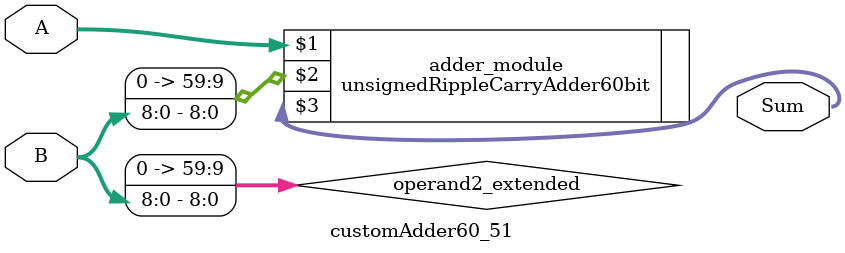
<source format=v>
module customAdder60_51(
                        input [59 : 0] A,
                        input [8 : 0] B,
                        
                        output [60 : 0] Sum
                );

        wire [59 : 0] operand2_extended;
        
        assign operand2_extended =  {51'b0, B};
        
        unsignedRippleCarryAdder60bit adder_module(
            A,
            operand2_extended,
            Sum
        );
        
        endmodule
        
</source>
